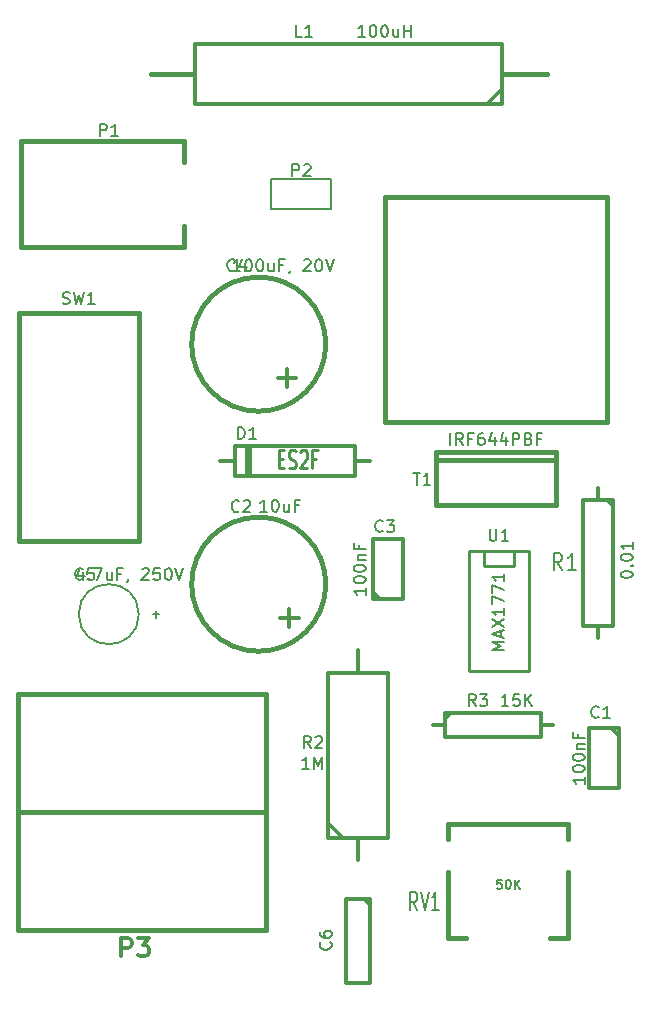
<source format=gto>
G04 (created by PCBNEW (2013-feb-26)-testing) date Fri 24 May 2013 08:37:37 PM PDT*
%MOIN*%
G04 Gerber Fmt 3.4, Leading zero omitted, Abs format*
%FSLAX34Y34*%
G01*
G70*
G90*
G04 APERTURE LIST*
%ADD10C,2.3622e-06*%
%ADD11C,0.015*%
%ADD12C,0.006*%
%ADD13C,0.01*%
%ADD14C,0.012*%
%ADD15C,0.005*%
%ADD16C,0.008*%
%ADD17C,0.014*%
%ADD18C,0.0075*%
G04 APERTURE END LIST*
G54D10*
G54D11*
X38000Y-41450D02*
X38000Y-49050D01*
X38000Y-49050D02*
X34000Y-49050D01*
X34000Y-49050D02*
X34000Y-41450D01*
X34000Y-41450D02*
X38000Y-41450D01*
G54D12*
X42400Y-38000D02*
X42400Y-37000D01*
X42400Y-37000D02*
X44400Y-37000D01*
X44400Y-37000D02*
X44400Y-38000D01*
X44400Y-38000D02*
X42400Y-38000D01*
G54D13*
X50500Y-49400D02*
X50500Y-49900D01*
X50500Y-49900D02*
X49500Y-49900D01*
X49500Y-49900D02*
X49500Y-49400D01*
X51000Y-49400D02*
X51000Y-53400D01*
X51000Y-53400D02*
X49000Y-53400D01*
X49000Y-53400D02*
X49000Y-49400D01*
X49000Y-49400D02*
X51000Y-49400D01*
G54D11*
X39500Y-38563D02*
X39500Y-39272D01*
X39500Y-39272D02*
X34067Y-39272D01*
X34067Y-39272D02*
X34067Y-35768D01*
X34067Y-35768D02*
X34067Y-35728D01*
X34067Y-35728D02*
X39500Y-35728D01*
X39500Y-35728D02*
X39500Y-36437D01*
X44236Y-50500D02*
G75*
G03X44236Y-50500I-2236J0D01*
G74*
G01*
X44236Y-42500D02*
G75*
G03X44236Y-42500I-2236J0D01*
G74*
G01*
G54D14*
X45700Y-61000D02*
X45700Y-63800D01*
X45700Y-63800D02*
X44900Y-63800D01*
X44900Y-63800D02*
X44900Y-61000D01*
X44900Y-61000D02*
X45700Y-61000D01*
X45500Y-61000D02*
X45700Y-61200D01*
G54D15*
X38001Y-51500D02*
G75*
G03X38001Y-51500I-1001J0D01*
G74*
G01*
G54D14*
X45800Y-50980D02*
X45800Y-49000D01*
X45800Y-49000D02*
X46800Y-49000D01*
X46800Y-49000D02*
X46800Y-51000D01*
X46800Y-51000D02*
X45800Y-51000D01*
X46050Y-51000D02*
X45800Y-50750D01*
X54000Y-55320D02*
X54000Y-57300D01*
X54000Y-57300D02*
X53000Y-57300D01*
X53000Y-57300D02*
X53000Y-55300D01*
X53000Y-55300D02*
X54000Y-55300D01*
X53750Y-55300D02*
X54000Y-55550D01*
X47800Y-55200D02*
X48200Y-55200D01*
X48200Y-55200D02*
X48200Y-54800D01*
X48200Y-54800D02*
X51400Y-54800D01*
X51400Y-54800D02*
X51400Y-55600D01*
X51400Y-55600D02*
X48200Y-55600D01*
X48200Y-55600D02*
X48200Y-55200D01*
X48200Y-55000D02*
X48400Y-54800D01*
X51800Y-55200D02*
X51400Y-55200D01*
X40700Y-46400D02*
X41200Y-46400D01*
X41200Y-46400D02*
X41200Y-46900D01*
X41200Y-46900D02*
X45200Y-46900D01*
X45200Y-46900D02*
X45200Y-46400D01*
X45200Y-46400D02*
X45700Y-46400D01*
X45200Y-46400D02*
X45200Y-45900D01*
X45200Y-45900D02*
X41200Y-45900D01*
X41200Y-45900D02*
X41200Y-46400D01*
X41700Y-46900D02*
X41700Y-45900D01*
X41600Y-46900D02*
X41600Y-45900D01*
X45300Y-59700D02*
X45300Y-59700D01*
X45300Y-59700D02*
X45300Y-59700D01*
X45300Y-53450D02*
X45300Y-52700D01*
X45300Y-52700D02*
X45300Y-52700D01*
X46300Y-53450D02*
X46300Y-58950D01*
X44300Y-58950D02*
X44300Y-53450D01*
X44800Y-58950D02*
X44300Y-58450D01*
X44300Y-53450D02*
X46300Y-53450D01*
X44300Y-58950D02*
X46300Y-58950D01*
X45300Y-59700D02*
X45300Y-58950D01*
X53300Y-47300D02*
X53300Y-47700D01*
X53300Y-52300D02*
X53300Y-51900D01*
X53800Y-51900D02*
X52800Y-51900D01*
X52800Y-51900D02*
X52800Y-47700D01*
X52800Y-47700D02*
X53800Y-47700D01*
X53800Y-47700D02*
X53800Y-51900D01*
X53600Y-47700D02*
X53800Y-47900D01*
G54D11*
X50150Y-33500D02*
X51600Y-33500D01*
X39800Y-33500D02*
X38400Y-33500D01*
G54D14*
X39882Y-32500D02*
X50118Y-32500D01*
X50118Y-34500D02*
X39882Y-34500D01*
X50112Y-34000D02*
X49612Y-34500D01*
X39882Y-34500D02*
X39882Y-32500D01*
X50118Y-34500D02*
X50118Y-32500D01*
G54D11*
X33966Y-58100D02*
X42234Y-58100D01*
X33966Y-54163D02*
X33966Y-62037D01*
X42234Y-54163D02*
X42234Y-62037D01*
X33966Y-54163D02*
X42234Y-54163D01*
X42234Y-62037D02*
X33966Y-62037D01*
X53600Y-37600D02*
X46200Y-37600D01*
X53600Y-45100D02*
X53600Y-37600D01*
X46200Y-45100D02*
X46200Y-37600D01*
X46200Y-45100D02*
X53600Y-45100D01*
X47900Y-46350D02*
X47900Y-46100D01*
X47900Y-46100D02*
X51900Y-46100D01*
X51900Y-46100D02*
X51900Y-46350D01*
X47900Y-47850D02*
X47900Y-46350D01*
X47900Y-46350D02*
X51900Y-46350D01*
X51900Y-46350D02*
X51900Y-47850D01*
X51900Y-47850D02*
X47900Y-47850D01*
X52300Y-60300D02*
X52300Y-60100D01*
X52300Y-58800D02*
X52300Y-59000D01*
X48300Y-58800D02*
X48300Y-59000D01*
X48300Y-60300D02*
X48300Y-60100D01*
X48800Y-62300D02*
X48900Y-62300D01*
X48300Y-60300D02*
X48300Y-62300D01*
X48300Y-62300D02*
X48800Y-62300D01*
X52300Y-58800D02*
X52300Y-58500D01*
X52300Y-58500D02*
X48300Y-58500D01*
X48300Y-58500D02*
X48300Y-58800D01*
X51700Y-62300D02*
X52300Y-62300D01*
X52300Y-62300D02*
X52300Y-60300D01*
G54D16*
X35466Y-41142D02*
X35523Y-41161D01*
X35619Y-41161D01*
X35657Y-41142D01*
X35676Y-41123D01*
X35695Y-41085D01*
X35695Y-41047D01*
X35676Y-41009D01*
X35657Y-40990D01*
X35619Y-40971D01*
X35542Y-40952D01*
X35504Y-40933D01*
X35485Y-40914D01*
X35466Y-40876D01*
X35466Y-40838D01*
X35485Y-40800D01*
X35504Y-40780D01*
X35542Y-40761D01*
X35638Y-40761D01*
X35695Y-40780D01*
X35828Y-40761D02*
X35923Y-41161D01*
X36000Y-40876D01*
X36076Y-41161D01*
X36171Y-40761D01*
X36533Y-41161D02*
X36304Y-41161D01*
X36419Y-41161D02*
X36419Y-40761D01*
X36380Y-40819D01*
X36342Y-40857D01*
X36304Y-40876D01*
X43124Y-36901D02*
X43124Y-36501D01*
X43277Y-36501D01*
X43315Y-36520D01*
X43334Y-36540D01*
X43353Y-36578D01*
X43353Y-36635D01*
X43334Y-36673D01*
X43315Y-36692D01*
X43277Y-36711D01*
X43124Y-36711D01*
X43505Y-36540D02*
X43524Y-36520D01*
X43562Y-36501D01*
X43658Y-36501D01*
X43696Y-36520D01*
X43715Y-36540D01*
X43734Y-36578D01*
X43734Y-36616D01*
X43715Y-36673D01*
X43486Y-36901D01*
X43734Y-36901D01*
X49695Y-48661D02*
X49695Y-48985D01*
X49714Y-49023D01*
X49733Y-49042D01*
X49771Y-49061D01*
X49847Y-49061D01*
X49885Y-49042D01*
X49904Y-49023D01*
X49923Y-48985D01*
X49923Y-48661D01*
X50323Y-49061D02*
X50095Y-49061D01*
X50209Y-49061D02*
X50209Y-48661D01*
X50171Y-48719D01*
X50133Y-48757D01*
X50095Y-48776D01*
X50181Y-52691D02*
X49781Y-52691D01*
X50067Y-52557D01*
X49781Y-52424D01*
X50181Y-52424D01*
X50067Y-52253D02*
X50067Y-52062D01*
X50181Y-52291D02*
X49781Y-52157D01*
X50181Y-52024D01*
X49781Y-51929D02*
X50181Y-51662D01*
X49781Y-51662D02*
X50181Y-51929D01*
X50181Y-51300D02*
X50181Y-51529D01*
X50181Y-51414D02*
X49781Y-51414D01*
X49839Y-51453D01*
X49877Y-51491D01*
X49896Y-51529D01*
X49781Y-51167D02*
X49781Y-50900D01*
X50181Y-51072D01*
X49781Y-50786D02*
X49781Y-50519D01*
X50181Y-50691D01*
X50181Y-50157D02*
X50181Y-50386D01*
X50181Y-50272D02*
X49781Y-50272D01*
X49839Y-50310D01*
X49877Y-50348D01*
X49896Y-50386D01*
X36704Y-35561D02*
X36704Y-35161D01*
X36857Y-35161D01*
X36895Y-35180D01*
X36914Y-35200D01*
X36933Y-35238D01*
X36933Y-35295D01*
X36914Y-35333D01*
X36895Y-35352D01*
X36857Y-35371D01*
X36704Y-35371D01*
X37314Y-35561D02*
X37085Y-35561D01*
X37200Y-35561D02*
X37200Y-35161D01*
X37161Y-35219D01*
X37123Y-35257D01*
X37085Y-35276D01*
X41343Y-48063D02*
X41324Y-48082D01*
X41267Y-48101D01*
X41229Y-48101D01*
X41171Y-48082D01*
X41133Y-48044D01*
X41114Y-48006D01*
X41095Y-47930D01*
X41095Y-47873D01*
X41114Y-47797D01*
X41133Y-47759D01*
X41171Y-47720D01*
X41229Y-47701D01*
X41267Y-47701D01*
X41324Y-47720D01*
X41343Y-47740D01*
X41495Y-47740D02*
X41514Y-47720D01*
X41552Y-47701D01*
X41648Y-47701D01*
X41686Y-47720D01*
X41705Y-47740D01*
X41724Y-47778D01*
X41724Y-47816D01*
X41705Y-47873D01*
X41476Y-48101D01*
X41724Y-48101D01*
X42281Y-48081D02*
X42052Y-48081D01*
X42167Y-48081D02*
X42167Y-47681D01*
X42129Y-47739D01*
X42090Y-47777D01*
X42052Y-47796D01*
X42529Y-47681D02*
X42567Y-47681D01*
X42605Y-47700D01*
X42624Y-47720D01*
X42643Y-47758D01*
X42662Y-47834D01*
X42662Y-47929D01*
X42643Y-48005D01*
X42624Y-48043D01*
X42605Y-48062D01*
X42567Y-48081D01*
X42529Y-48081D01*
X42490Y-48062D01*
X42471Y-48043D01*
X42452Y-48005D01*
X42433Y-47929D01*
X42433Y-47834D01*
X42452Y-47758D01*
X42471Y-47720D01*
X42490Y-47700D01*
X42529Y-47681D01*
X43005Y-47815D02*
X43005Y-48081D01*
X42833Y-47815D02*
X42833Y-48024D01*
X42852Y-48062D01*
X42890Y-48081D01*
X42948Y-48081D01*
X42986Y-48062D01*
X43005Y-48043D01*
X43329Y-47872D02*
X43195Y-47872D01*
X43195Y-48081D02*
X43195Y-47681D01*
X43386Y-47681D01*
G54D17*
X42719Y-51621D02*
X43328Y-51621D01*
X43024Y-51925D02*
X43024Y-51316D01*
G54D16*
X41203Y-40033D02*
X41184Y-40052D01*
X41127Y-40071D01*
X41089Y-40071D01*
X41031Y-40052D01*
X40993Y-40014D01*
X40974Y-39976D01*
X40955Y-39900D01*
X40955Y-39843D01*
X40974Y-39767D01*
X40993Y-39729D01*
X41031Y-39690D01*
X41089Y-39671D01*
X41127Y-39671D01*
X41184Y-39690D01*
X41203Y-39710D01*
X41546Y-39805D02*
X41546Y-40071D01*
X41450Y-39652D02*
X41355Y-39938D01*
X41603Y-39938D01*
X41390Y-40071D02*
X41162Y-40071D01*
X41276Y-40071D02*
X41276Y-39671D01*
X41238Y-39729D01*
X41200Y-39767D01*
X41162Y-39786D01*
X41638Y-39671D02*
X41676Y-39671D01*
X41714Y-39690D01*
X41733Y-39710D01*
X41752Y-39748D01*
X41771Y-39824D01*
X41771Y-39919D01*
X41752Y-39995D01*
X41733Y-40033D01*
X41714Y-40052D01*
X41676Y-40071D01*
X41638Y-40071D01*
X41600Y-40052D01*
X41581Y-40033D01*
X41562Y-39995D01*
X41543Y-39919D01*
X41543Y-39824D01*
X41562Y-39748D01*
X41581Y-39710D01*
X41600Y-39690D01*
X41638Y-39671D01*
X42019Y-39671D02*
X42057Y-39671D01*
X42095Y-39690D01*
X42114Y-39710D01*
X42133Y-39748D01*
X42152Y-39824D01*
X42152Y-39919D01*
X42133Y-39995D01*
X42114Y-40033D01*
X42095Y-40052D01*
X42057Y-40071D01*
X42019Y-40071D01*
X41981Y-40052D01*
X41962Y-40033D01*
X41943Y-39995D01*
X41924Y-39919D01*
X41924Y-39824D01*
X41943Y-39748D01*
X41962Y-39710D01*
X41981Y-39690D01*
X42019Y-39671D01*
X42495Y-39805D02*
X42495Y-40071D01*
X42324Y-39805D02*
X42324Y-40014D01*
X42343Y-40052D01*
X42381Y-40071D01*
X42438Y-40071D01*
X42476Y-40052D01*
X42495Y-40033D01*
X42819Y-39862D02*
X42686Y-39862D01*
X42686Y-40071D02*
X42686Y-39671D01*
X42876Y-39671D01*
X43048Y-40052D02*
X43048Y-40071D01*
X43029Y-40110D01*
X43010Y-40129D01*
X43505Y-39710D02*
X43524Y-39690D01*
X43562Y-39671D01*
X43657Y-39671D01*
X43695Y-39690D01*
X43714Y-39710D01*
X43733Y-39748D01*
X43733Y-39786D01*
X43714Y-39843D01*
X43486Y-40071D01*
X43733Y-40071D01*
X43981Y-39671D02*
X44019Y-39671D01*
X44057Y-39690D01*
X44076Y-39710D01*
X44095Y-39748D01*
X44114Y-39824D01*
X44114Y-39919D01*
X44095Y-39995D01*
X44076Y-40033D01*
X44057Y-40052D01*
X44019Y-40071D01*
X43981Y-40071D01*
X43943Y-40052D01*
X43924Y-40033D01*
X43905Y-39995D01*
X43886Y-39919D01*
X43886Y-39824D01*
X43905Y-39748D01*
X43924Y-39710D01*
X43943Y-39690D01*
X43981Y-39671D01*
X44229Y-39671D02*
X44362Y-40071D01*
X44495Y-39671D01*
G54D17*
X42639Y-43622D02*
X43248Y-43622D01*
X42944Y-43926D02*
X42944Y-43317D01*
G54D16*
X44389Y-62434D02*
X44408Y-62453D01*
X44427Y-62510D01*
X44427Y-62548D01*
X44408Y-62606D01*
X44370Y-62644D01*
X44332Y-62663D01*
X44256Y-62682D01*
X44199Y-62682D01*
X44123Y-62663D01*
X44085Y-62644D01*
X44046Y-62606D01*
X44027Y-62548D01*
X44027Y-62510D01*
X44046Y-62453D01*
X44066Y-62434D01*
X44027Y-62091D02*
X44027Y-62167D01*
X44046Y-62206D01*
X44066Y-62225D01*
X44123Y-62263D01*
X44199Y-62282D01*
X44351Y-62282D01*
X44389Y-62263D01*
X44408Y-62244D01*
X44427Y-62206D01*
X44427Y-62129D01*
X44408Y-62091D01*
X44389Y-62072D01*
X44351Y-62053D01*
X44256Y-62053D01*
X44218Y-62072D01*
X44199Y-62091D01*
X44180Y-62129D01*
X44180Y-62206D01*
X44199Y-62244D01*
X44218Y-62263D01*
X44256Y-62282D01*
X36133Y-50323D02*
X36114Y-50342D01*
X36057Y-50361D01*
X36019Y-50361D01*
X35961Y-50342D01*
X35923Y-50304D01*
X35904Y-50266D01*
X35885Y-50190D01*
X35885Y-50133D01*
X35904Y-50057D01*
X35923Y-50019D01*
X35961Y-49980D01*
X36019Y-49961D01*
X36057Y-49961D01*
X36114Y-49980D01*
X36133Y-50000D01*
X36495Y-49961D02*
X36304Y-49961D01*
X36285Y-50152D01*
X36304Y-50133D01*
X36342Y-50114D01*
X36438Y-50114D01*
X36476Y-50133D01*
X36495Y-50152D01*
X36514Y-50190D01*
X36514Y-50285D01*
X36495Y-50323D01*
X36476Y-50342D01*
X36438Y-50361D01*
X36342Y-50361D01*
X36304Y-50342D01*
X36285Y-50323D01*
X36147Y-50095D02*
X36147Y-50361D01*
X36052Y-49942D02*
X35957Y-50228D01*
X36204Y-50228D01*
X36357Y-50323D02*
X36376Y-50342D01*
X36357Y-50361D01*
X36338Y-50342D01*
X36357Y-50323D01*
X36357Y-50361D01*
X36509Y-49961D02*
X36776Y-49961D01*
X36604Y-50361D01*
X37100Y-50095D02*
X37100Y-50361D01*
X36928Y-50095D02*
X36928Y-50304D01*
X36947Y-50342D01*
X36985Y-50361D01*
X37042Y-50361D01*
X37080Y-50342D01*
X37100Y-50323D01*
X37423Y-50152D02*
X37290Y-50152D01*
X37290Y-50361D02*
X37290Y-49961D01*
X37480Y-49961D01*
X37652Y-50342D02*
X37652Y-50361D01*
X37633Y-50400D01*
X37614Y-50419D01*
X38109Y-50000D02*
X38128Y-49980D01*
X38166Y-49961D01*
X38261Y-49961D01*
X38300Y-49980D01*
X38319Y-50000D01*
X38338Y-50038D01*
X38338Y-50076D01*
X38319Y-50133D01*
X38090Y-50361D01*
X38338Y-50361D01*
X38700Y-49961D02*
X38509Y-49961D01*
X38490Y-50152D01*
X38509Y-50133D01*
X38547Y-50114D01*
X38642Y-50114D01*
X38680Y-50133D01*
X38700Y-50152D01*
X38719Y-50190D01*
X38719Y-50285D01*
X38700Y-50323D01*
X38680Y-50342D01*
X38642Y-50361D01*
X38547Y-50361D01*
X38509Y-50342D01*
X38490Y-50323D01*
X38966Y-49961D02*
X39004Y-49961D01*
X39042Y-49980D01*
X39061Y-50000D01*
X39080Y-50038D01*
X39100Y-50114D01*
X39100Y-50209D01*
X39080Y-50285D01*
X39061Y-50323D01*
X39042Y-50342D01*
X39004Y-50361D01*
X38966Y-50361D01*
X38928Y-50342D01*
X38909Y-50323D01*
X38890Y-50285D01*
X38871Y-50209D01*
X38871Y-50114D01*
X38890Y-50038D01*
X38909Y-50000D01*
X38928Y-49980D01*
X38966Y-49961D01*
X39214Y-49961D02*
X39347Y-50361D01*
X39480Y-49961D01*
G54D18*
X38460Y-51507D02*
X38689Y-51507D01*
X38575Y-51621D02*
X38575Y-51392D01*
G54D16*
X46133Y-48723D02*
X46114Y-48742D01*
X46057Y-48761D01*
X46019Y-48761D01*
X45961Y-48742D01*
X45923Y-48704D01*
X45904Y-48666D01*
X45885Y-48590D01*
X45885Y-48533D01*
X45904Y-48457D01*
X45923Y-48419D01*
X45961Y-48380D01*
X46019Y-48361D01*
X46057Y-48361D01*
X46114Y-48380D01*
X46133Y-48400D01*
X46266Y-48361D02*
X46514Y-48361D01*
X46380Y-48514D01*
X46438Y-48514D01*
X46476Y-48533D01*
X46495Y-48552D01*
X46514Y-48590D01*
X46514Y-48685D01*
X46495Y-48723D01*
X46476Y-48742D01*
X46438Y-48761D01*
X46323Y-48761D01*
X46285Y-48742D01*
X46266Y-48723D01*
X45561Y-50619D02*
X45561Y-50847D01*
X45561Y-50733D02*
X45161Y-50733D01*
X45219Y-50771D01*
X45257Y-50809D01*
X45276Y-50847D01*
X45161Y-50371D02*
X45161Y-50333D01*
X45180Y-50295D01*
X45200Y-50276D01*
X45238Y-50257D01*
X45314Y-50238D01*
X45409Y-50238D01*
X45485Y-50257D01*
X45523Y-50276D01*
X45542Y-50295D01*
X45561Y-50333D01*
X45561Y-50371D01*
X45542Y-50409D01*
X45523Y-50428D01*
X45485Y-50447D01*
X45409Y-50466D01*
X45314Y-50466D01*
X45238Y-50447D01*
X45200Y-50428D01*
X45180Y-50409D01*
X45161Y-50371D01*
X45161Y-49990D02*
X45161Y-49952D01*
X45180Y-49914D01*
X45200Y-49895D01*
X45238Y-49876D01*
X45314Y-49857D01*
X45409Y-49857D01*
X45485Y-49876D01*
X45523Y-49895D01*
X45542Y-49914D01*
X45561Y-49952D01*
X45561Y-49990D01*
X45542Y-50028D01*
X45523Y-50047D01*
X45485Y-50066D01*
X45409Y-50085D01*
X45314Y-50085D01*
X45238Y-50066D01*
X45200Y-50047D01*
X45180Y-50028D01*
X45161Y-49990D01*
X45295Y-49685D02*
X45561Y-49685D01*
X45333Y-49685D02*
X45314Y-49666D01*
X45295Y-49628D01*
X45295Y-49571D01*
X45314Y-49533D01*
X45352Y-49514D01*
X45561Y-49514D01*
X45352Y-49190D02*
X45352Y-49323D01*
X45561Y-49323D02*
X45161Y-49323D01*
X45161Y-49133D01*
X53333Y-54923D02*
X53314Y-54942D01*
X53257Y-54961D01*
X53219Y-54961D01*
X53161Y-54942D01*
X53123Y-54904D01*
X53104Y-54866D01*
X53085Y-54790D01*
X53085Y-54733D01*
X53104Y-54657D01*
X53123Y-54619D01*
X53161Y-54580D01*
X53219Y-54561D01*
X53257Y-54561D01*
X53314Y-54580D01*
X53333Y-54600D01*
X53714Y-54961D02*
X53485Y-54961D01*
X53600Y-54961D02*
X53600Y-54561D01*
X53561Y-54619D01*
X53523Y-54657D01*
X53485Y-54676D01*
X52861Y-56919D02*
X52861Y-57147D01*
X52861Y-57033D02*
X52461Y-57033D01*
X52519Y-57071D01*
X52557Y-57109D01*
X52576Y-57147D01*
X52461Y-56671D02*
X52461Y-56633D01*
X52480Y-56595D01*
X52500Y-56576D01*
X52538Y-56557D01*
X52614Y-56538D01*
X52709Y-56538D01*
X52785Y-56557D01*
X52823Y-56576D01*
X52842Y-56595D01*
X52861Y-56633D01*
X52861Y-56671D01*
X52842Y-56709D01*
X52823Y-56728D01*
X52785Y-56747D01*
X52709Y-56766D01*
X52614Y-56766D01*
X52538Y-56747D01*
X52500Y-56728D01*
X52480Y-56709D01*
X52461Y-56671D01*
X52461Y-56290D02*
X52461Y-56252D01*
X52480Y-56214D01*
X52500Y-56195D01*
X52538Y-56176D01*
X52614Y-56157D01*
X52709Y-56157D01*
X52785Y-56176D01*
X52823Y-56195D01*
X52842Y-56214D01*
X52861Y-56252D01*
X52861Y-56290D01*
X52842Y-56328D01*
X52823Y-56347D01*
X52785Y-56366D01*
X52709Y-56385D01*
X52614Y-56385D01*
X52538Y-56366D01*
X52500Y-56347D01*
X52480Y-56328D01*
X52461Y-56290D01*
X52595Y-55985D02*
X52861Y-55985D01*
X52633Y-55985D02*
X52614Y-55966D01*
X52595Y-55928D01*
X52595Y-55871D01*
X52614Y-55833D01*
X52652Y-55814D01*
X52861Y-55814D01*
X52652Y-55490D02*
X52652Y-55623D01*
X52861Y-55623D02*
X52461Y-55623D01*
X52461Y-55433D01*
X49233Y-54561D02*
X49100Y-54371D01*
X49004Y-54561D02*
X49004Y-54161D01*
X49157Y-54161D01*
X49195Y-54180D01*
X49214Y-54200D01*
X49233Y-54238D01*
X49233Y-54295D01*
X49214Y-54333D01*
X49195Y-54352D01*
X49157Y-54371D01*
X49004Y-54371D01*
X49366Y-54161D02*
X49614Y-54161D01*
X49480Y-54314D01*
X49538Y-54314D01*
X49576Y-54333D01*
X49595Y-54352D01*
X49614Y-54390D01*
X49614Y-54485D01*
X49595Y-54523D01*
X49576Y-54542D01*
X49538Y-54561D01*
X49423Y-54561D01*
X49385Y-54542D01*
X49366Y-54523D01*
X50323Y-54561D02*
X50095Y-54561D01*
X50209Y-54561D02*
X50209Y-54161D01*
X50171Y-54219D01*
X50133Y-54257D01*
X50095Y-54276D01*
X50685Y-54161D02*
X50495Y-54161D01*
X50476Y-54352D01*
X50495Y-54333D01*
X50533Y-54314D01*
X50628Y-54314D01*
X50666Y-54333D01*
X50685Y-54352D01*
X50704Y-54390D01*
X50704Y-54485D01*
X50685Y-54523D01*
X50666Y-54542D01*
X50628Y-54561D01*
X50533Y-54561D01*
X50495Y-54542D01*
X50476Y-54523D01*
X50876Y-54561D02*
X50876Y-54161D01*
X51104Y-54561D02*
X50933Y-54333D01*
X51104Y-54161D02*
X50876Y-54390D01*
X41304Y-45661D02*
X41304Y-45261D01*
X41400Y-45261D01*
X41457Y-45280D01*
X41495Y-45319D01*
X41514Y-45357D01*
X41533Y-45433D01*
X41533Y-45490D01*
X41514Y-45566D01*
X41495Y-45604D01*
X41457Y-45642D01*
X41400Y-45661D01*
X41304Y-45661D01*
X41914Y-45661D02*
X41685Y-45661D01*
X41800Y-45661D02*
X41800Y-45261D01*
X41761Y-45319D01*
X41723Y-45357D01*
X41685Y-45376D01*
G54D13*
X42661Y-46328D02*
X42795Y-46328D01*
X42852Y-46642D02*
X42661Y-46642D01*
X42661Y-46042D01*
X42852Y-46042D01*
X43004Y-46614D02*
X43061Y-46642D01*
X43157Y-46642D01*
X43195Y-46614D01*
X43214Y-46585D01*
X43233Y-46528D01*
X43233Y-46471D01*
X43214Y-46414D01*
X43195Y-46385D01*
X43157Y-46357D01*
X43080Y-46328D01*
X43042Y-46300D01*
X43023Y-46271D01*
X43004Y-46214D01*
X43004Y-46157D01*
X43023Y-46100D01*
X43042Y-46071D01*
X43080Y-46042D01*
X43176Y-46042D01*
X43233Y-46071D01*
X43385Y-46100D02*
X43404Y-46071D01*
X43442Y-46042D01*
X43538Y-46042D01*
X43576Y-46071D01*
X43595Y-46100D01*
X43614Y-46157D01*
X43614Y-46214D01*
X43595Y-46300D01*
X43366Y-46642D01*
X43614Y-46642D01*
X43919Y-46328D02*
X43785Y-46328D01*
X43785Y-46642D02*
X43785Y-46042D01*
X43976Y-46042D01*
G54D16*
X43733Y-55961D02*
X43600Y-55771D01*
X43504Y-55961D02*
X43504Y-55561D01*
X43657Y-55561D01*
X43695Y-55580D01*
X43714Y-55600D01*
X43733Y-55638D01*
X43733Y-55695D01*
X43714Y-55733D01*
X43695Y-55752D01*
X43657Y-55771D01*
X43504Y-55771D01*
X43885Y-55600D02*
X43904Y-55580D01*
X43942Y-55561D01*
X44038Y-55561D01*
X44076Y-55580D01*
X44095Y-55600D01*
X44114Y-55638D01*
X44114Y-55676D01*
X44095Y-55733D01*
X43866Y-55961D01*
X44114Y-55961D01*
X43685Y-56661D02*
X43457Y-56661D01*
X43571Y-56661D02*
X43571Y-56261D01*
X43533Y-56319D01*
X43495Y-56357D01*
X43457Y-56376D01*
X43857Y-56661D02*
X43857Y-56261D01*
X43990Y-56547D01*
X44123Y-56261D01*
X44123Y-56661D01*
X52116Y-50022D02*
X51950Y-49760D01*
X51830Y-50022D02*
X51830Y-49472D01*
X52021Y-49472D01*
X52069Y-49498D01*
X52092Y-49525D01*
X52116Y-49577D01*
X52116Y-49655D01*
X52092Y-49708D01*
X52069Y-49734D01*
X52021Y-49760D01*
X51830Y-49760D01*
X52592Y-50022D02*
X52307Y-50022D01*
X52450Y-50022D02*
X52450Y-49472D01*
X52402Y-49551D01*
X52354Y-49603D01*
X52307Y-49629D01*
X54061Y-50195D02*
X54061Y-50157D01*
X54080Y-50119D01*
X54100Y-50100D01*
X54138Y-50080D01*
X54214Y-50061D01*
X54309Y-50061D01*
X54385Y-50080D01*
X54423Y-50100D01*
X54442Y-50119D01*
X54461Y-50157D01*
X54461Y-50195D01*
X54442Y-50233D01*
X54423Y-50252D01*
X54385Y-50271D01*
X54309Y-50290D01*
X54214Y-50290D01*
X54138Y-50271D01*
X54100Y-50252D01*
X54080Y-50233D01*
X54061Y-50195D01*
X54423Y-49890D02*
X54442Y-49871D01*
X54461Y-49890D01*
X54442Y-49909D01*
X54423Y-49890D01*
X54461Y-49890D01*
X54061Y-49623D02*
X54061Y-49585D01*
X54080Y-49547D01*
X54100Y-49528D01*
X54138Y-49509D01*
X54214Y-49490D01*
X54309Y-49490D01*
X54385Y-49509D01*
X54423Y-49528D01*
X54442Y-49547D01*
X54461Y-49585D01*
X54461Y-49623D01*
X54442Y-49661D01*
X54423Y-49680D01*
X54385Y-49699D01*
X54309Y-49719D01*
X54214Y-49719D01*
X54138Y-49699D01*
X54100Y-49680D01*
X54080Y-49661D01*
X54061Y-49623D01*
X54461Y-49109D02*
X54461Y-49338D01*
X54461Y-49223D02*
X54061Y-49223D01*
X54119Y-49261D01*
X54157Y-49299D01*
X54176Y-49338D01*
X43433Y-32261D02*
X43242Y-32261D01*
X43242Y-31861D01*
X43776Y-32261D02*
X43547Y-32261D01*
X43661Y-32261D02*
X43661Y-31861D01*
X43623Y-31919D01*
X43585Y-31957D01*
X43547Y-31976D01*
X45542Y-32261D02*
X45314Y-32261D01*
X45428Y-32261D02*
X45428Y-31861D01*
X45390Y-31919D01*
X45352Y-31957D01*
X45314Y-31976D01*
X45790Y-31861D02*
X45828Y-31861D01*
X45866Y-31880D01*
X45885Y-31900D01*
X45904Y-31938D01*
X45923Y-32014D01*
X45923Y-32109D01*
X45904Y-32185D01*
X45885Y-32223D01*
X45866Y-32242D01*
X45828Y-32261D01*
X45790Y-32261D01*
X45752Y-32242D01*
X45733Y-32223D01*
X45714Y-32185D01*
X45695Y-32109D01*
X45695Y-32014D01*
X45714Y-31938D01*
X45733Y-31900D01*
X45752Y-31880D01*
X45790Y-31861D01*
X46171Y-31861D02*
X46209Y-31861D01*
X46247Y-31880D01*
X46266Y-31900D01*
X46285Y-31938D01*
X46304Y-32014D01*
X46304Y-32109D01*
X46285Y-32185D01*
X46266Y-32223D01*
X46247Y-32242D01*
X46209Y-32261D01*
X46171Y-32261D01*
X46133Y-32242D01*
X46114Y-32223D01*
X46095Y-32185D01*
X46076Y-32109D01*
X46076Y-32014D01*
X46095Y-31938D01*
X46114Y-31900D01*
X46133Y-31880D01*
X46171Y-31861D01*
X46647Y-31995D02*
X46647Y-32261D01*
X46476Y-31995D02*
X46476Y-32204D01*
X46495Y-32242D01*
X46533Y-32261D01*
X46590Y-32261D01*
X46628Y-32242D01*
X46647Y-32223D01*
X46838Y-32261D02*
X46838Y-31861D01*
X46838Y-32052D02*
X47066Y-32052D01*
X47066Y-32261D02*
X47066Y-31861D01*
G54D14*
X37418Y-62902D02*
X37418Y-62302D01*
X37646Y-62302D01*
X37703Y-62331D01*
X37732Y-62360D01*
X37761Y-62417D01*
X37761Y-62502D01*
X37732Y-62560D01*
X37703Y-62588D01*
X37646Y-62617D01*
X37418Y-62617D01*
X37961Y-62302D02*
X38332Y-62302D01*
X38132Y-62531D01*
X38218Y-62531D01*
X38275Y-62560D01*
X38303Y-62588D01*
X38332Y-62645D01*
X38332Y-62788D01*
X38303Y-62845D01*
X38275Y-62874D01*
X38218Y-62902D01*
X38046Y-62902D01*
X37989Y-62874D01*
X37961Y-62845D01*
G54D16*
X47154Y-46782D02*
X47382Y-46782D01*
X47268Y-47182D02*
X47268Y-46782D01*
X47725Y-47182D02*
X47497Y-47182D01*
X47611Y-47182D02*
X47611Y-46782D01*
X47573Y-46840D01*
X47535Y-46878D01*
X47497Y-46897D01*
X48385Y-45861D02*
X48385Y-45461D01*
X48804Y-45861D02*
X48671Y-45671D01*
X48576Y-45861D02*
X48576Y-45461D01*
X48728Y-45461D01*
X48766Y-45480D01*
X48785Y-45500D01*
X48804Y-45538D01*
X48804Y-45595D01*
X48785Y-45633D01*
X48766Y-45652D01*
X48728Y-45671D01*
X48576Y-45671D01*
X49109Y-45652D02*
X48976Y-45652D01*
X48976Y-45861D02*
X48976Y-45461D01*
X49166Y-45461D01*
X49490Y-45461D02*
X49414Y-45461D01*
X49376Y-45480D01*
X49357Y-45500D01*
X49319Y-45557D01*
X49300Y-45633D01*
X49300Y-45785D01*
X49319Y-45823D01*
X49338Y-45842D01*
X49376Y-45861D01*
X49452Y-45861D01*
X49490Y-45842D01*
X49509Y-45823D01*
X49528Y-45785D01*
X49528Y-45690D01*
X49509Y-45652D01*
X49490Y-45633D01*
X49452Y-45614D01*
X49376Y-45614D01*
X49338Y-45633D01*
X49319Y-45652D01*
X49300Y-45690D01*
X49871Y-45595D02*
X49871Y-45861D01*
X49776Y-45442D02*
X49680Y-45728D01*
X49928Y-45728D01*
X50252Y-45595D02*
X50252Y-45861D01*
X50157Y-45442D02*
X50061Y-45728D01*
X50309Y-45728D01*
X50461Y-45861D02*
X50461Y-45461D01*
X50614Y-45461D01*
X50652Y-45480D01*
X50671Y-45500D01*
X50690Y-45538D01*
X50690Y-45595D01*
X50671Y-45633D01*
X50652Y-45652D01*
X50614Y-45671D01*
X50461Y-45671D01*
X50995Y-45652D02*
X51052Y-45671D01*
X51071Y-45690D01*
X51090Y-45728D01*
X51090Y-45785D01*
X51071Y-45823D01*
X51052Y-45842D01*
X51014Y-45861D01*
X50861Y-45861D01*
X50861Y-45461D01*
X50995Y-45461D01*
X51033Y-45480D01*
X51052Y-45500D01*
X51071Y-45538D01*
X51071Y-45576D01*
X51052Y-45614D01*
X51033Y-45633D01*
X50995Y-45652D01*
X50861Y-45652D01*
X51395Y-45652D02*
X51261Y-45652D01*
X51261Y-45861D02*
X51261Y-45461D01*
X51452Y-45461D01*
X47281Y-61372D02*
X47148Y-61087D01*
X47053Y-61372D02*
X47053Y-60772D01*
X47205Y-60772D01*
X47243Y-60801D01*
X47262Y-60830D01*
X47281Y-60887D01*
X47281Y-60972D01*
X47262Y-61030D01*
X47243Y-61058D01*
X47205Y-61087D01*
X47053Y-61087D01*
X47396Y-60772D02*
X47529Y-61372D01*
X47662Y-60772D01*
X48005Y-61372D02*
X47777Y-61372D01*
X47891Y-61372D02*
X47891Y-60772D01*
X47853Y-60858D01*
X47815Y-60915D01*
X47777Y-60944D01*
G54D15*
X50098Y-60351D02*
X49955Y-60351D01*
X49941Y-60494D01*
X49955Y-60480D01*
X49984Y-60465D01*
X50055Y-60465D01*
X50084Y-60480D01*
X50098Y-60494D01*
X50112Y-60522D01*
X50112Y-60594D01*
X50098Y-60622D01*
X50084Y-60637D01*
X50055Y-60651D01*
X49984Y-60651D01*
X49955Y-60637D01*
X49941Y-60622D01*
X50298Y-60351D02*
X50327Y-60351D01*
X50355Y-60365D01*
X50370Y-60380D01*
X50384Y-60408D01*
X50398Y-60465D01*
X50398Y-60537D01*
X50384Y-60594D01*
X50370Y-60622D01*
X50355Y-60637D01*
X50327Y-60651D01*
X50298Y-60651D01*
X50270Y-60637D01*
X50255Y-60622D01*
X50241Y-60594D01*
X50227Y-60537D01*
X50227Y-60465D01*
X50241Y-60408D01*
X50255Y-60380D01*
X50270Y-60365D01*
X50298Y-60351D01*
X50527Y-60651D02*
X50527Y-60351D01*
X50698Y-60651D02*
X50570Y-60480D01*
X50698Y-60351D02*
X50527Y-60522D01*
M02*

</source>
